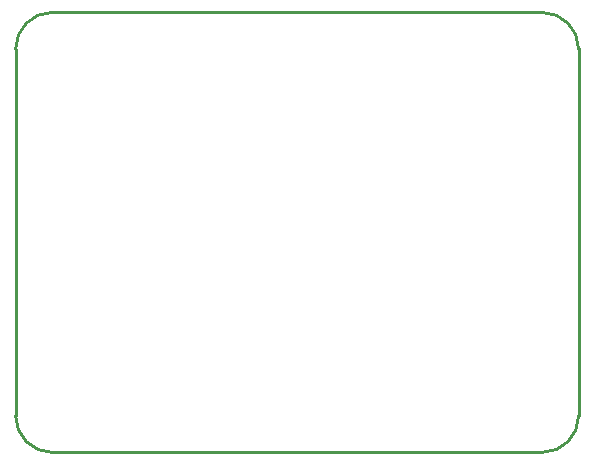
<source format=gko>
G04 Layer: BoardOutline*
G04 EasyEDA v6.1.48, Tue, 21 May 2019 15:32:19 GMT*
G04 55fe052d9e4a4200a3b67694a85f930b,46bf6a40d4384fdb86bc8fc37bf60e4c,10*
G04 Gerber Generator version 0.2*
G04 Scale: 100 percent, Rotated: No, Reflected: No *
G04 Dimensions in millimeters *
G04 leading zeros omitted , absolute positions ,3 integer and 3 decimal *
%FSLAX33Y33*%
%MOMM*%
G90*
G71D02*

%ADD10C,0.254000*%
G54D10*
G75*
G01X47669Y11220D02*
G02X44577Y8128I-3092J0D01*
G01*
G75*
G01X44577Y45383D02*
G02X47669Y42291I0J-3092D01*
G01*
G75*
G01X3092Y8128D02*
G02X0Y11220I0J3092D01*
G01*
G75*
G01X0Y42291D02*
G02X3092Y45383I3092J0D01*
G01*
G01X47669Y11219D02*
G01X47669Y42385D01*
G01X44599Y45383D02*
G01X2948Y45383D01*
G01X0Y42291D02*
G01X0Y11220D01*
G01X3091Y8128D02*
G01X44577Y8128D01*

%LPD*%
M00*
M02*

</source>
